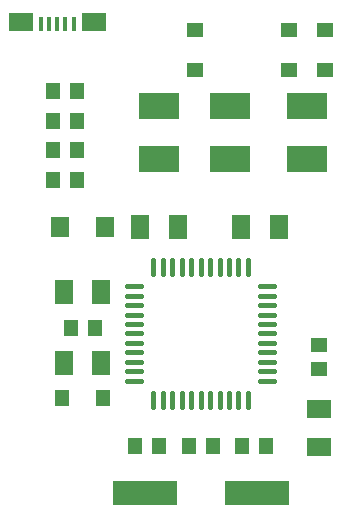
<source format=gtp>
G04 Layer: TopPasteMaskLayer*
G04 EasyEDA v6.2.44, 2019-10-08T14:21:55+02:00*
G04 eb769dd03b8a4f4b8b9bb7d3164b0f61,d54f43e133bf43b298e367d61d3b1b7b,10*
G04 Gerber Generator version 0.2*
G04 Scale: 100 percent, Rotated: No, Reflected: No *
G04 Dimensions in millimeters *
G04 leading zeros omitted , absolute positions ,3 integer and 3 decimal *
%FSLAX33Y33*%
%MOMM*%
G90*
G71D02*

%ADD13C,0.419989*%
%ADD15R,3.399993X2.286000*%
%ADD16R,1.160018X1.450010*%
%ADD17R,0.399999X1.199998*%
%ADD18R,2.099996X1.599997*%
%ADD19R,1.599997X1.799996*%
%ADD20R,1.399997X1.199998*%
%ADD21R,1.999996X1.600200*%
%ADD22R,1.600200X1.999996*%
%ADD23R,1.450010X1.160018*%
%ADD24R,1.199998X1.399997*%
%ADD25R,5.499989X1.999996*%

%LPD*%
G54D13*
G01X16759Y21000D02*
G01X17939Y21000D01*
G01X16759Y20200D02*
G01X17939Y20200D01*
G01X16759Y19400D02*
G01X17939Y19400D01*
G01X16759Y18600D02*
G01X17939Y18600D01*
G01X16759Y17801D02*
G01X17939Y17801D01*
G01X16759Y17000D02*
G01X17939Y17000D01*
G01X16759Y16200D02*
G01X17939Y16200D01*
G01X16759Y15400D02*
G01X17939Y15400D01*
G01X16759Y14600D02*
G01X17939Y14600D01*
G01X16759Y13801D02*
G01X17939Y13801D01*
G01X16759Y13000D02*
G01X17939Y13000D01*
G01X18999Y11940D02*
G01X18999Y10760D01*
G01X19799Y11940D02*
G01X19799Y10760D01*
G01X20599Y11940D02*
G01X20599Y10760D01*
G01X21399Y11940D02*
G01X21399Y10760D01*
G01X22199Y11940D02*
G01X22199Y10760D01*
G01X22999Y11940D02*
G01X22999Y10760D01*
G01X23799Y11940D02*
G01X23799Y10760D01*
G01X24599Y11940D02*
G01X24599Y10760D01*
G01X25399Y11940D02*
G01X25399Y10760D01*
G01X26199Y11940D02*
G01X26199Y10760D01*
G01X26999Y11940D02*
G01X26999Y10760D01*
G01X28059Y13000D02*
G01X29239Y13000D01*
G01X28059Y13801D02*
G01X29239Y13801D01*
G01X28059Y14600D02*
G01X29239Y14600D01*
G01X28059Y15400D02*
G01X29239Y15400D01*
G01X28059Y16200D02*
G01X29239Y16200D01*
G01X28059Y17000D02*
G01X29239Y17000D01*
G01X28059Y17801D02*
G01X29239Y17801D01*
G01X28059Y18600D02*
G01X29239Y18600D01*
G01X28059Y19400D02*
G01X29239Y19400D01*
G01X28059Y20200D02*
G01X29239Y20200D01*
G01X28059Y21000D02*
G01X29239Y21000D01*
G01X26999Y23240D02*
G01X26999Y22060D01*
G01X26199Y23240D02*
G01X26199Y22060D01*
G01X25399Y23240D02*
G01X25399Y22060D01*
G01X24599Y23240D02*
G01X24599Y22060D01*
G01X23799Y23240D02*
G01X23799Y22060D01*
G01X22999Y23240D02*
G01X22999Y22060D01*
G01X22199Y23240D02*
G01X22199Y22060D01*
G01X21399Y23240D02*
G01X21399Y22060D01*
G01X20599Y23240D02*
G01X20599Y22060D01*
G01X19799Y23240D02*
G01X19799Y22060D01*
G01X18999Y23240D02*
G01X18999Y22060D01*
G54D15*
G01X25499Y31765D03*
G01X25499Y36236D03*
G01X19499Y31765D03*
G01X19499Y36236D03*
G54D16*
G01X26483Y7500D03*
G01X28515Y7500D03*
G01X17483Y7500D03*
G01X19515Y7500D03*
G01X14015Y17500D03*
G01X11983Y17500D03*
G01X10483Y37500D03*
G01X12515Y37500D03*
G01X10467Y35000D03*
G01X12499Y35000D03*
G54D17*
G01X12249Y43200D03*
G01X11549Y43200D03*
G01X10849Y43200D03*
G01X10149Y43200D03*
G01X9449Y43200D03*
G54D18*
G01X13949Y43401D03*
G01X7749Y43401D03*
G54D19*
G01X11099Y26000D03*
G01X14899Y26000D03*
G54D20*
G01X22499Y42700D03*
G01X22499Y39300D03*
G01X30499Y42700D03*
G01X30499Y39300D03*
G54D21*
G01X32999Y7400D03*
G01X32999Y10600D03*
G54D22*
G01X26399Y26000D03*
G01X29599Y26000D03*
G01X21099Y26000D03*
G01X17899Y26000D03*
G54D23*
G01X32999Y13984D03*
G01X32999Y16016D03*
G54D22*
G01X11399Y14500D03*
G01X14599Y14500D03*
G01X11399Y20500D03*
G01X14599Y20500D03*
G54D24*
G01X11299Y11500D03*
G01X14699Y11500D03*
G54D25*
G01X27749Y3500D03*
G01X18249Y3500D03*
G54D16*
G01X24015Y7500D03*
G01X21983Y7500D03*
G54D20*
G01X33499Y42700D03*
G01X33499Y39300D03*
G54D15*
G01X31999Y31765D03*
G01X31999Y36236D03*
G54D16*
G01X12499Y32500D03*
G01X10467Y32500D03*
G01X12515Y30000D03*
G01X10483Y30000D03*
M00*
M02*

</source>
